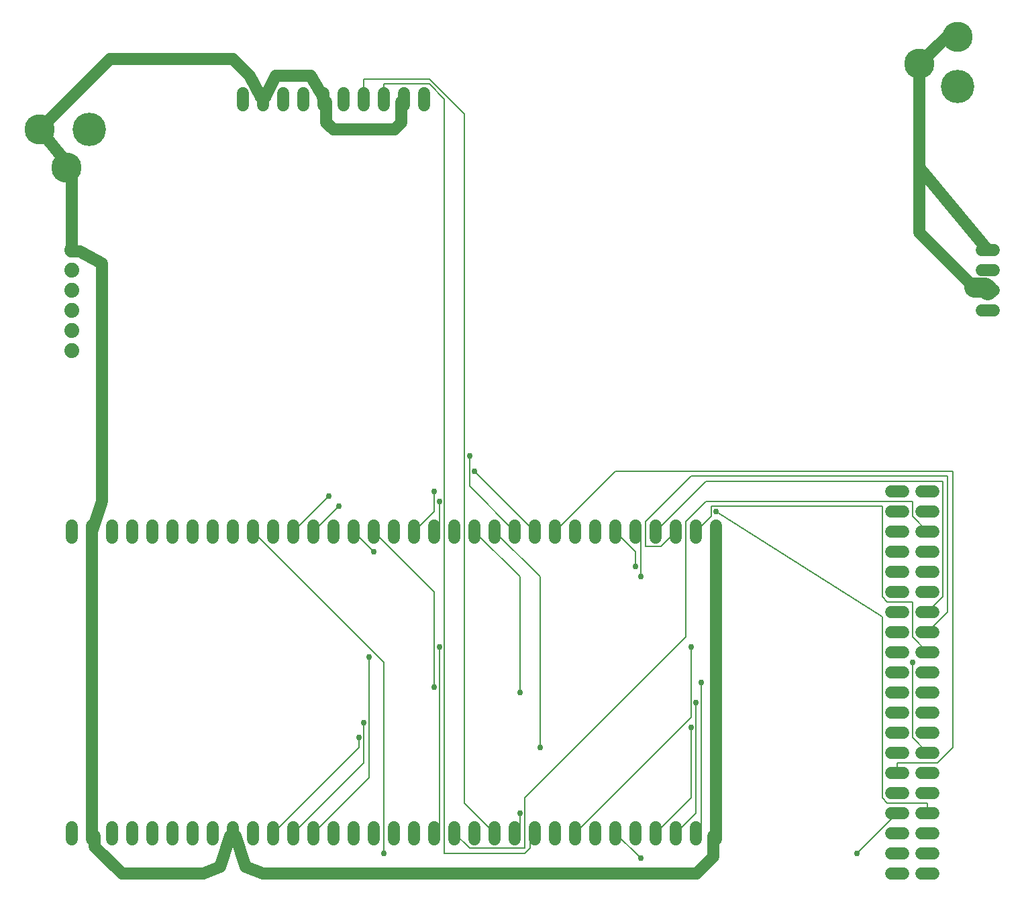
<source format=gbr>
G04 EAGLE Gerber X2 export*
%TF.Part,Single*%
%TF.FileFunction,Copper,L2,Bot,Mixed*%
%TF.FilePolarity,Positive*%
%TF.GenerationSoftware,Autodesk,EAGLE,8.7.1*%
%TF.CreationDate,2018-04-16T21:52:04Z*%
G75*
%MOMM*%
%FSLAX34Y34*%
%LPD*%
%AMOC8*
5,1,8,0,0,1.08239X$1,22.5*%
G01*
%ADD10C,4.216000*%
%ADD11C,3.816000*%
%ADD12C,1.879600*%
%ADD13C,1.524000*%
%ADD14C,0.152400*%
%ADD15C,0.756400*%
%ADD16C,2.540000*%


D10*
X97900Y1003300D03*
D11*
X35400Y1003300D03*
X69400Y955300D03*
D12*
X76200Y723900D03*
X76200Y749300D03*
X76200Y774700D03*
X76200Y800100D03*
X76200Y825500D03*
X76200Y850900D03*
D13*
X76200Y121920D02*
X76200Y106680D01*
X101600Y106680D02*
X101600Y121920D01*
X127000Y121920D02*
X127000Y106680D01*
X152400Y106680D02*
X152400Y121920D01*
X177800Y121920D02*
X177800Y106680D01*
X203200Y106680D02*
X203200Y121920D01*
X228600Y121920D02*
X228600Y106680D01*
X254000Y106680D02*
X254000Y121920D01*
X279400Y121920D02*
X279400Y106680D01*
X304800Y106680D02*
X304800Y121920D01*
X330200Y121920D02*
X330200Y106680D01*
X355600Y106680D02*
X355600Y121920D01*
X381000Y121920D02*
X381000Y106680D01*
X406400Y106680D02*
X406400Y121920D01*
X431800Y121920D02*
X431800Y106680D01*
X457200Y106680D02*
X457200Y121920D01*
X482600Y121920D02*
X482600Y106680D01*
X508000Y106680D02*
X508000Y121920D01*
X533400Y121920D02*
X533400Y106680D01*
X558800Y106680D02*
X558800Y121920D01*
X76200Y487680D02*
X76200Y502920D01*
X101600Y502920D02*
X101600Y487680D01*
X127000Y487680D02*
X127000Y502920D01*
X152400Y502920D02*
X152400Y487680D01*
X177800Y487680D02*
X177800Y502920D01*
X203200Y502920D02*
X203200Y487680D01*
X228600Y487680D02*
X228600Y502920D01*
X254000Y502920D02*
X254000Y487680D01*
X279400Y487680D02*
X279400Y502920D01*
X304800Y502920D02*
X304800Y487680D01*
X330200Y487680D02*
X330200Y502920D01*
X355600Y502920D02*
X355600Y487680D01*
X381000Y487680D02*
X381000Y502920D01*
X406400Y502920D02*
X406400Y487680D01*
X431800Y487680D02*
X431800Y502920D01*
X457200Y502920D02*
X457200Y487680D01*
X482600Y487680D02*
X482600Y502920D01*
X508000Y502920D02*
X508000Y487680D01*
X533400Y487680D02*
X533400Y502920D01*
X558800Y502920D02*
X558800Y487680D01*
X584200Y121920D02*
X584200Y106680D01*
X609600Y106680D02*
X609600Y121920D01*
X635000Y121920D02*
X635000Y106680D01*
X660400Y106680D02*
X660400Y121920D01*
X685800Y121920D02*
X685800Y106680D01*
X711200Y106680D02*
X711200Y121920D01*
X736600Y121920D02*
X736600Y106680D01*
X762000Y106680D02*
X762000Y121920D01*
X787400Y121920D02*
X787400Y106680D01*
X812800Y106680D02*
X812800Y121920D01*
X838200Y121920D02*
X838200Y106680D01*
X863600Y106680D02*
X863600Y121920D01*
X889000Y121920D02*
X889000Y106680D01*
X584200Y487680D02*
X584200Y502920D01*
X609600Y502920D02*
X609600Y487680D01*
X635000Y487680D02*
X635000Y502920D01*
X660400Y502920D02*
X660400Y487680D01*
X685800Y487680D02*
X685800Y502920D01*
X711200Y502920D02*
X711200Y487680D01*
X736600Y487680D02*
X736600Y502920D01*
X762000Y502920D02*
X762000Y487680D01*
X787400Y487680D02*
X787400Y502920D01*
X812800Y502920D02*
X812800Y487680D01*
X838200Y487680D02*
X838200Y502920D01*
X863600Y502920D02*
X863600Y487680D01*
X889000Y487680D02*
X889000Y502920D01*
X292100Y1033780D02*
X292100Y1049020D01*
X317500Y1049020D02*
X317500Y1033780D01*
X342900Y1033780D02*
X342900Y1049020D01*
X368300Y1049020D02*
X368300Y1033780D01*
X393700Y1033780D02*
X393700Y1049020D01*
X419100Y1049020D02*
X419100Y1033780D01*
X444500Y1033780D02*
X444500Y1049020D01*
X469900Y1049020D02*
X469900Y1033780D01*
X495300Y1033780D02*
X495300Y1049020D01*
X520700Y1049020D02*
X520700Y1033780D01*
X1109980Y546100D02*
X1125220Y546100D01*
X1125220Y520700D02*
X1109980Y520700D01*
X1109980Y495300D02*
X1125220Y495300D01*
X1125220Y469900D02*
X1109980Y469900D01*
X1109980Y444500D02*
X1125220Y444500D01*
X1125220Y419100D02*
X1109980Y419100D01*
X1109980Y393700D02*
X1125220Y393700D01*
X1125220Y368300D02*
X1109980Y368300D01*
X1109980Y342900D02*
X1125220Y342900D01*
X1125220Y317500D02*
X1109980Y317500D01*
X1109980Y292100D02*
X1125220Y292100D01*
X1125220Y266700D02*
X1109980Y266700D01*
X1109980Y241300D02*
X1125220Y241300D01*
X1125220Y215900D02*
X1109980Y215900D01*
X1109980Y190500D02*
X1125220Y190500D01*
X1125220Y165100D02*
X1109980Y165100D01*
X1109980Y139700D02*
X1125220Y139700D01*
X1125220Y114300D02*
X1109980Y114300D01*
X1109980Y88900D02*
X1125220Y88900D01*
X1125220Y63500D02*
X1109980Y63500D01*
X1148080Y546100D02*
X1163320Y546100D01*
X1163320Y520700D02*
X1148080Y520700D01*
X1148080Y495300D02*
X1163320Y495300D01*
X1163320Y469900D02*
X1148080Y469900D01*
X1148080Y444500D02*
X1163320Y444500D01*
X1163320Y419100D02*
X1148080Y419100D01*
X1148080Y393700D02*
X1163320Y393700D01*
X1163320Y368300D02*
X1148080Y368300D01*
X1148080Y342900D02*
X1163320Y342900D01*
X1163320Y317500D02*
X1148080Y317500D01*
X1148080Y292100D02*
X1163320Y292100D01*
X1163320Y266700D02*
X1148080Y266700D01*
X1148080Y241300D02*
X1163320Y241300D01*
X1163320Y215900D02*
X1148080Y215900D01*
X1148080Y190500D02*
X1163320Y190500D01*
X1163320Y165100D02*
X1148080Y165100D01*
X1148080Y139700D02*
X1163320Y139700D01*
X1163320Y114300D02*
X1148080Y114300D01*
X1148080Y88900D02*
X1163320Y88900D01*
X1163320Y63500D02*
X1148080Y63500D01*
D10*
X1193800Y1057800D03*
D11*
X1193800Y1120300D03*
X1145800Y1086300D03*
D13*
X1224280Y774700D02*
X1239520Y774700D01*
X1239520Y800100D02*
X1224280Y800100D01*
X1224280Y825500D02*
X1239520Y825500D01*
X1239520Y850900D02*
X1224280Y850900D01*
D14*
X635000Y495300D02*
X577850Y552450D01*
X577850Y590550D01*
D15*
X577850Y590550D03*
D14*
X584200Y571500D02*
X660400Y495300D01*
D15*
X584200Y571500D03*
D13*
X72100Y958400D02*
X35400Y1003300D01*
X72100Y958400D02*
X69400Y955300D01*
X76200Y948500D01*
X76200Y850900D01*
X313944Y1044956D02*
X317500Y1041400D01*
X313944Y1044956D02*
X313944Y1045368D01*
X313848Y1045464D01*
X300736Y1070864D01*
X279400Y1092200D01*
X124300Y1092200D01*
X35400Y1003300D01*
X76200Y850900D02*
X77978Y849122D01*
X85985Y849122D01*
X114094Y833713D01*
X114094Y533606D01*
X101600Y495712D01*
X101600Y495300D01*
X101600Y114300D01*
X105156Y110744D01*
X105156Y97632D01*
X139288Y63500D01*
X263144Y72232D02*
X275844Y110744D01*
X279400Y114300D01*
X241712Y63500D02*
X139288Y63500D01*
X241712Y63500D02*
X263144Y72232D01*
X282956Y110744D02*
X279400Y114300D01*
X282956Y110744D02*
X295656Y72232D01*
X317088Y63500D01*
X885444Y84932D02*
X885444Y110744D01*
X889000Y114300D01*
X864012Y63500D02*
X317088Y63500D01*
X864012Y63500D02*
X885444Y84932D01*
X889000Y114300D02*
X889000Y495300D01*
X321056Y1045368D02*
X333852Y1070864D01*
X377348Y1070864D02*
X389732Y1050544D01*
X321056Y1044956D02*
X317500Y1041400D01*
X321056Y1044956D02*
X321056Y1045368D01*
X389732Y1050544D02*
X390144Y1050544D01*
X393700Y1041400D01*
X377348Y1070864D02*
X333852Y1070864D01*
X393700Y1041400D02*
X397256Y1037844D01*
X397256Y1012032D01*
X405988Y1003300D01*
X491744Y1012032D02*
X491744Y1037844D01*
X495300Y1041400D01*
X491744Y1012032D02*
X483012Y1003300D01*
X405988Y1003300D01*
D14*
X571500Y152400D02*
X609600Y114300D01*
X571500Y152400D02*
X571500Y1022350D01*
X527050Y1066800D01*
X444500Y1066800D01*
X444500Y1041400D01*
X660400Y114300D02*
X654050Y107950D01*
X654050Y95250D01*
X647700Y88900D01*
X546100Y88900D01*
X546100Y1041400D01*
X527050Y1060450D01*
X469900Y1060450D01*
X469900Y1041400D01*
X1117600Y139700D02*
X1066800Y88900D01*
D15*
X1066800Y88900D03*
D14*
X641350Y120650D02*
X635000Y114300D01*
X641350Y120650D02*
X641350Y139700D01*
D15*
X641350Y139700D03*
D14*
X685800Y495300D02*
X762000Y571500D01*
X1187450Y571500D01*
X1187450Y222250D01*
X1168400Y203200D01*
X1117600Y203200D01*
X1117600Y190500D01*
X666750Y438150D02*
X609600Y495300D01*
X666750Y438150D02*
X666750Y222250D01*
D15*
X666750Y222250D03*
D14*
X641350Y438150D02*
X584200Y495300D01*
X641350Y438150D02*
X641350Y292100D01*
D15*
X641350Y292100D03*
D14*
X533400Y419100D02*
X457200Y495300D01*
X533400Y419100D02*
X533400Y298450D01*
D15*
X533400Y298450D03*
D14*
X438150Y222250D02*
X330200Y114300D01*
X438150Y222250D02*
X438150Y234950D01*
D15*
X438150Y234950D03*
D14*
X444500Y203200D02*
X355600Y114300D01*
X444500Y203200D02*
X444500Y254000D01*
D15*
X444500Y254000D03*
D14*
X450850Y184150D02*
X381000Y114300D01*
X450850Y184150D02*
X450850Y336550D01*
D15*
X450850Y336550D03*
D14*
X711200Y114300D02*
X857250Y260350D01*
X857250Y349250D01*
D15*
X857250Y349250D03*
D14*
X793750Y488950D02*
X787400Y495300D01*
X793750Y488950D02*
X793750Y438150D01*
D15*
X793750Y438150D03*
D14*
X787400Y469900D02*
X762000Y495300D01*
X787400Y469900D02*
X787400Y450850D01*
D15*
X787400Y450850D03*
D14*
X457200Y469900D02*
X431800Y495300D01*
D15*
X457200Y469900D03*
D14*
X412750Y527050D02*
X381000Y495300D01*
D15*
X412750Y527050D03*
D14*
X762000Y114300D02*
X793750Y82550D01*
D15*
X793750Y82550D03*
D14*
X469900Y330200D02*
X304800Y495300D01*
X469900Y330200D02*
X469900Y88900D01*
D15*
X469900Y88900D03*
D14*
X889000Y520700D02*
X1098550Y387350D01*
X1098550Y158750D01*
X1104900Y152400D01*
X1155700Y152400D01*
X1155700Y139700D01*
D15*
X889000Y520700D03*
D14*
X1136650Y330200D02*
X1136650Y234950D01*
X1155700Y215900D01*
D15*
X1136650Y330200D03*
D14*
X857250Y158750D02*
X812800Y114300D01*
X857250Y158750D02*
X857250Y247650D01*
D15*
X857250Y247650D03*
D14*
X863600Y139700D02*
X838200Y114300D01*
X863600Y139700D02*
X863600Y279400D01*
D15*
X863600Y279400D03*
D14*
X869950Y120650D02*
X863600Y114300D01*
X869950Y120650D02*
X869950Y304800D01*
D15*
X869950Y304800D03*
D14*
X863600Y495300D02*
X882650Y514350D01*
X882650Y527050D01*
X1098550Y527050D01*
X1098550Y412750D01*
X1104900Y406400D01*
X1136650Y406400D01*
X1136650Y361950D01*
X1155700Y342900D01*
X838200Y495300D02*
X819150Y476250D01*
X800100Y476250D01*
X800100Y508000D01*
X857250Y565150D01*
X1181100Y565150D01*
X1181100Y393700D01*
X1155700Y368300D01*
X876300Y558800D02*
X812800Y495300D01*
X876300Y558800D02*
X1174750Y558800D01*
X1174750Y412750D01*
X1155700Y393700D01*
X533400Y520700D02*
X508000Y495300D01*
X533400Y520700D02*
X533400Y546100D01*
D15*
X533400Y546100D03*
D14*
X539750Y501650D02*
X533400Y495300D01*
X539750Y501650D02*
X539750Y533400D01*
D15*
X539750Y533400D03*
D14*
X558800Y114300D02*
X577850Y95250D01*
X647700Y95250D01*
X647700Y158750D01*
X850900Y361950D01*
X850900Y508000D01*
X876300Y533400D01*
X1136650Y533400D01*
X1136650Y514350D01*
X1155700Y495300D01*
X539750Y120650D02*
X533400Y114300D01*
X539750Y120650D02*
X539750Y349250D01*
D15*
X539750Y349250D03*
D14*
X355600Y495300D02*
X400050Y539750D01*
D15*
X400050Y539750D03*
D13*
X1145800Y1086300D02*
X1179800Y1120300D01*
X1193800Y1120300D01*
X1145800Y1086300D02*
X1145800Y955300D01*
X1231900Y850900D01*
D16*
X1228344Y803656D02*
X1231900Y800100D01*
X1228344Y803656D02*
X1215232Y803656D01*
D13*
X1145800Y873088D01*
X1145800Y955300D01*
M02*

</source>
